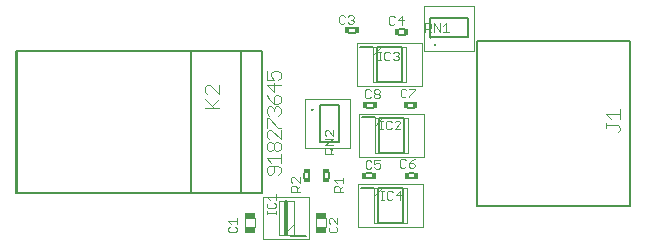
<source format=gbr>
G04 EAGLE Gerber RS-274X export*
G75*
%MOMM*%
%FSLAX34Y34*%
%LPD*%
%INSilkscreen Top*%
%IPPOS*%
%AMOC8*
5,1,8,0,0,1.08239X$1,22.5*%
G01*
%ADD10C,0.127000*%
%ADD11C,0.101600*%
%ADD12R,0.950000X0.500100*%
%ADD13C,0.076200*%
%ADD14C,0.050000*%
%ADD15C,0.100000*%
%ADD16C,0.200000*%
%ADD17C,0.100000*%
%ADD18C,0.152400*%
%ADD19R,0.300000X0.599900*%
%ADD20R,0.599900X0.300000*%


D10*
X-147700Y165156D02*
X-147700Y45156D01*
X59800Y45156D01*
X59800Y165156D01*
X-147700Y165156D01*
X-147700Y45156D01*
X-600Y45156D01*
X41800Y45156D01*
X41800Y165156D01*
X-147700Y165156D01*
X-600Y165156D02*
X-600Y45156D01*
X-600Y165156D02*
X-148600Y165156D01*
X-148600Y45156D01*
X-600Y45156D01*
D11*
X63598Y74562D02*
X67496Y70664D01*
X63598Y74562D02*
X75292Y74562D01*
X75292Y70664D02*
X75292Y78460D01*
X75292Y62613D02*
X73343Y60664D01*
X75292Y62613D02*
X75292Y66511D01*
X73343Y68460D01*
X65547Y68460D01*
X63598Y66511D01*
X63598Y62613D01*
X65547Y60664D01*
X67496Y60664D01*
X69445Y62613D01*
X69445Y68460D01*
X75292Y136511D02*
X63598Y136511D01*
X69445Y130664D01*
X69445Y138460D01*
X63598Y140664D02*
X63598Y148460D01*
X63598Y140664D02*
X69445Y140664D01*
X67496Y144562D01*
X67496Y146511D01*
X69445Y148460D01*
X73343Y148460D01*
X75292Y146511D01*
X75292Y142613D01*
X73343Y140664D01*
X75292Y98460D02*
X75292Y90664D01*
X67496Y98460D01*
X65547Y98460D01*
X63598Y96511D01*
X63598Y92613D01*
X65547Y90664D01*
X65547Y110664D02*
X63598Y112613D01*
X63598Y116511D01*
X65547Y118460D01*
X67496Y118460D01*
X69445Y116511D01*
X69445Y114562D01*
X69445Y116511D02*
X71394Y118460D01*
X73343Y118460D01*
X75292Y116511D01*
X75292Y112613D01*
X73343Y110664D01*
X65547Y124562D02*
X63598Y128460D01*
X65547Y124562D02*
X69445Y120664D01*
X73343Y120664D01*
X75292Y122613D01*
X75292Y126511D01*
X73343Y128460D01*
X71394Y128460D01*
X69445Y126511D01*
X69445Y120664D01*
X63598Y108460D02*
X63598Y100664D01*
X63598Y108460D02*
X65547Y108460D01*
X73343Y100664D01*
X75292Y100664D01*
X63598Y82613D02*
X65547Y80664D01*
X63598Y82613D02*
X63598Y86511D01*
X65547Y88460D01*
X67496Y88460D01*
X69445Y86511D01*
X71394Y88460D01*
X73343Y88460D01*
X75292Y86511D01*
X75292Y82613D01*
X73343Y80664D01*
X71394Y80664D01*
X69445Y82613D01*
X67496Y80664D01*
X65547Y80664D01*
X69445Y82613D02*
X69445Y86511D01*
X23072Y117244D02*
X11378Y117244D01*
X19174Y117244D02*
X11378Y125040D01*
X17225Y119193D02*
X23072Y125040D01*
X23072Y128938D02*
X23072Y136734D01*
X23072Y128938D02*
X15276Y136734D01*
X13327Y136734D01*
X11378Y134785D01*
X11378Y130887D01*
X13327Y128938D01*
D10*
X371512Y173840D02*
X371512Y33840D01*
X241512Y33840D01*
X241512Y173840D01*
X371512Y173840D01*
X371512Y33840D01*
X241512Y33840D02*
X241512Y173840D01*
X332512Y173840D02*
X371512Y173840D01*
X371512Y33840D02*
X332512Y33840D01*
X300512Y173840D02*
X241512Y173840D01*
X241512Y33840D02*
X300512Y33840D01*
D11*
X360634Y96508D02*
X362587Y98461D01*
X362587Y100413D01*
X360634Y102366D01*
X350871Y102366D01*
X350871Y100413D02*
X350871Y104319D01*
X354776Y108222D02*
X350871Y112128D01*
X362587Y112128D01*
X362587Y116033D02*
X362587Y108222D01*
X53850Y23626D02*
X53850Y16506D01*
X45340Y16506D02*
X45340Y23626D01*
D12*
X49581Y25948D03*
X49581Y14264D03*
D13*
X32083Y16744D02*
X30855Y15515D01*
X30855Y13057D01*
X32083Y11829D01*
X36998Y11829D01*
X38227Y13057D01*
X38227Y15515D01*
X36998Y16744D01*
X33312Y19313D02*
X30855Y21770D01*
X38227Y21770D01*
X38227Y19313D02*
X38227Y24228D01*
D11*
X113540Y23626D02*
X113540Y16506D01*
X105030Y16506D02*
X105030Y23626D01*
D12*
X109271Y25948D03*
X109271Y14264D03*
D13*
X115945Y15515D02*
X117173Y16744D01*
X115945Y15515D02*
X115945Y13057D01*
X117173Y11829D01*
X122088Y11829D01*
X123317Y13057D01*
X123317Y15515D01*
X122088Y16744D01*
X123317Y19313D02*
X123317Y24228D01*
X123317Y19313D02*
X118402Y24228D01*
X117173Y24228D01*
X115945Y22999D01*
X115945Y20542D01*
X117173Y19313D01*
D14*
X99260Y6380D02*
X60760Y6380D01*
X60760Y41880D01*
X99260Y41880D01*
X99260Y6380D01*
D15*
X86410Y9830D02*
X73610Y9830D01*
X73610Y38430D01*
X86410Y38430D01*
X86410Y9830D01*
X86410Y19330D02*
X76910Y9830D01*
D16*
X79260Y9830D02*
X80760Y9830D01*
X79260Y9830D02*
X79260Y38430D01*
X80760Y38430D01*
X80760Y9830D01*
X84260Y8880D02*
X96760Y8880D01*
D13*
X70993Y27232D02*
X70993Y29690D01*
X70993Y28461D02*
X63621Y28461D01*
X63621Y27232D02*
X63621Y29690D01*
X63621Y35908D02*
X64849Y37136D01*
X63621Y35908D02*
X63621Y33450D01*
X64849Y32222D01*
X69764Y32222D01*
X70993Y33450D01*
X70993Y35908D01*
X69764Y37136D01*
X66078Y39706D02*
X63621Y42163D01*
X70993Y42163D01*
X70993Y39706D02*
X70993Y44621D01*
D14*
X141156Y52540D02*
X196156Y52540D01*
X196156Y16040D01*
X141156Y16040D01*
X141156Y52540D01*
D15*
X154656Y49040D02*
X182656Y49040D01*
X182656Y19540D01*
X154656Y19540D01*
X154656Y49040D01*
X154656Y42540D02*
X161156Y49040D01*
D16*
X158156Y49040D02*
X179156Y49040D01*
X179156Y19540D01*
X158156Y19540D01*
X158156Y49040D01*
X154656Y49790D02*
X143656Y49790D01*
D13*
X160328Y39497D02*
X162786Y39497D01*
X161557Y39497D02*
X161557Y46869D01*
X160328Y46869D02*
X162786Y46869D01*
X169004Y46869D02*
X170232Y45641D01*
X169004Y46869D02*
X166546Y46869D01*
X165318Y45641D01*
X165318Y40726D01*
X166546Y39497D01*
X169004Y39497D01*
X170232Y40726D01*
X176488Y39497D02*
X176488Y46869D01*
X172802Y43183D01*
X177717Y43183D01*
D16*
X124332Y88140D02*
X124332Y120140D01*
X124332Y88140D02*
X108332Y88140D01*
X108332Y120140D01*
X124332Y120140D01*
D15*
X134332Y125140D02*
X134332Y83140D01*
X96332Y83140D01*
X96332Y125140D01*
X134332Y125140D01*
X124332Y120140D02*
X107832Y120140D01*
X108332Y88140D02*
X124832Y88140D01*
D17*
X101832Y116640D03*
D15*
X101876Y116638D01*
X101919Y116632D01*
X101961Y116623D01*
X102003Y116610D01*
X102043Y116593D01*
X102082Y116573D01*
X102119Y116550D01*
X102153Y116523D01*
X102186Y116494D01*
X102215Y116461D01*
X102242Y116427D01*
X102265Y116390D01*
X102285Y116351D01*
X102302Y116311D01*
X102315Y116269D01*
X102324Y116227D01*
X102330Y116184D01*
X102332Y116140D01*
X102330Y116096D01*
X102324Y116053D01*
X102315Y116011D01*
X102302Y115969D01*
X102285Y115929D01*
X102265Y115890D01*
X102242Y115853D01*
X102215Y115819D01*
X102186Y115786D01*
X102153Y115757D01*
X102119Y115730D01*
X102082Y115707D01*
X102043Y115687D01*
X102003Y115670D01*
X101961Y115657D01*
X101919Y115648D01*
X101876Y115642D01*
X101832Y115640D01*
D17*
X101832Y115640D03*
D15*
X101788Y115642D01*
X101745Y115648D01*
X101703Y115657D01*
X101661Y115670D01*
X101621Y115687D01*
X101582Y115707D01*
X101545Y115730D01*
X101511Y115757D01*
X101478Y115786D01*
X101449Y115819D01*
X101422Y115853D01*
X101399Y115890D01*
X101379Y115929D01*
X101362Y115969D01*
X101349Y116011D01*
X101340Y116053D01*
X101334Y116096D01*
X101332Y116140D01*
X101334Y116184D01*
X101340Y116227D01*
X101349Y116269D01*
X101362Y116311D01*
X101379Y116351D01*
X101399Y116390D01*
X101422Y116427D01*
X101449Y116461D01*
X101478Y116494D01*
X101511Y116523D01*
X101545Y116550D01*
X101582Y116573D01*
X101621Y116593D01*
X101661Y116610D01*
X101703Y116623D01*
X101745Y116632D01*
X101788Y116638D01*
X101832Y116640D01*
D13*
X112659Y78563D02*
X120031Y78563D01*
X112659Y78563D02*
X112659Y82249D01*
X113887Y83478D01*
X116345Y83478D01*
X117574Y82249D01*
X117574Y78563D01*
X117574Y81020D02*
X120031Y83478D01*
X120031Y86047D02*
X112659Y86047D01*
X120031Y90962D01*
X112659Y90962D01*
X120031Y93531D02*
X120031Y98446D01*
X120031Y93531D02*
X115116Y98446D01*
X113887Y98446D01*
X112659Y97217D01*
X112659Y94760D01*
X113887Y93531D01*
D16*
X201678Y193166D02*
X233678Y193166D01*
X233678Y177166D01*
X201678Y177166D01*
X201678Y193166D01*
D15*
X196678Y203166D02*
X238678Y203166D01*
X238678Y165166D01*
X196678Y165166D01*
X196678Y203166D01*
X201678Y193166D02*
X201678Y176666D01*
X233678Y177166D02*
X233678Y193666D01*
D17*
X205178Y170666D03*
D15*
X205180Y170710D01*
X205186Y170753D01*
X205195Y170795D01*
X205208Y170837D01*
X205225Y170877D01*
X205245Y170916D01*
X205268Y170953D01*
X205295Y170987D01*
X205324Y171020D01*
X205357Y171049D01*
X205391Y171076D01*
X205428Y171099D01*
X205467Y171119D01*
X205507Y171136D01*
X205549Y171149D01*
X205591Y171158D01*
X205634Y171164D01*
X205678Y171166D01*
X205722Y171164D01*
X205765Y171158D01*
X205807Y171149D01*
X205849Y171136D01*
X205889Y171119D01*
X205928Y171099D01*
X205965Y171076D01*
X205999Y171049D01*
X206032Y171020D01*
X206061Y170987D01*
X206088Y170953D01*
X206111Y170916D01*
X206131Y170877D01*
X206148Y170837D01*
X206161Y170795D01*
X206170Y170753D01*
X206176Y170710D01*
X206178Y170666D01*
D17*
X206178Y170666D03*
D15*
X206176Y170622D01*
X206170Y170579D01*
X206161Y170537D01*
X206148Y170495D01*
X206131Y170455D01*
X206111Y170416D01*
X206088Y170379D01*
X206061Y170345D01*
X206032Y170312D01*
X205999Y170283D01*
X205965Y170256D01*
X205928Y170233D01*
X205889Y170213D01*
X205849Y170196D01*
X205807Y170183D01*
X205765Y170174D01*
X205722Y170168D01*
X205678Y170166D01*
X205634Y170168D01*
X205591Y170174D01*
X205549Y170183D01*
X205507Y170196D01*
X205467Y170213D01*
X205428Y170233D01*
X205391Y170256D01*
X205357Y170283D01*
X205324Y170312D01*
X205295Y170345D01*
X205268Y170379D01*
X205245Y170416D01*
X205225Y170455D01*
X205208Y170495D01*
X205195Y170537D01*
X205186Y170579D01*
X205180Y170622D01*
X205178Y170666D01*
D13*
X197943Y181753D02*
X197943Y189125D01*
X201629Y189125D01*
X202858Y187897D01*
X202858Y185439D01*
X201629Y184210D01*
X197943Y184210D01*
X200400Y184210D02*
X202858Y181753D01*
X205427Y181753D02*
X205427Y189125D01*
X210342Y181753D01*
X210342Y189125D01*
X212911Y186668D02*
X215369Y189125D01*
X215369Y181753D01*
X217826Y181753D02*
X212911Y181753D01*
D18*
X152818Y57704D02*
X147918Y57704D01*
X147918Y62184D02*
X152818Y62184D01*
D19*
X154408Y59993D03*
X146280Y59993D03*
D13*
X152126Y71803D02*
X150897Y73031D01*
X148439Y73031D01*
X147211Y71803D01*
X147211Y66888D01*
X148439Y65659D01*
X150897Y65659D01*
X152126Y66888D01*
X154695Y73031D02*
X159610Y73031D01*
X154695Y73031D02*
X154695Y69345D01*
X157152Y70574D01*
X158381Y70574D01*
X159610Y69345D01*
X159610Y66888D01*
X158381Y65659D01*
X155924Y65659D01*
X154695Y66888D01*
D18*
X183732Y62184D02*
X188632Y62184D01*
X188632Y57704D02*
X183732Y57704D01*
D19*
X182142Y59896D03*
X190270Y59896D03*
D13*
X181318Y72819D02*
X180089Y74047D01*
X177632Y74047D01*
X176403Y72819D01*
X176403Y67904D01*
X177632Y66675D01*
X180089Y66675D01*
X181318Y67904D01*
X186345Y72819D02*
X188802Y74047D01*
X186345Y72819D02*
X183887Y70361D01*
X183887Y67904D01*
X185116Y66675D01*
X187573Y66675D01*
X188802Y67904D01*
X188802Y69132D01*
X187573Y70361D01*
X183887Y70361D01*
D18*
X116286Y62648D02*
X116286Y57748D01*
X111806Y57748D02*
X111806Y62648D01*
D20*
X113998Y64238D03*
X113998Y56110D03*
D13*
X120517Y45865D02*
X127889Y45865D01*
X120517Y45865D02*
X120517Y49551D01*
X121745Y50780D01*
X124203Y50780D01*
X125432Y49551D01*
X125432Y45865D01*
X125432Y48322D02*
X127889Y50780D01*
X122974Y53349D02*
X120517Y55806D01*
X127889Y55806D01*
X127889Y53349D02*
X127889Y58264D01*
D18*
X99522Y57494D02*
X99522Y62394D01*
X95042Y62394D02*
X95042Y57494D01*
D20*
X97234Y63984D03*
X97234Y55856D03*
D13*
X91313Y46373D02*
X83941Y46373D01*
X83941Y50059D01*
X85169Y51288D01*
X87627Y51288D01*
X88856Y50059D01*
X88856Y46373D01*
X88856Y48830D02*
X91313Y51288D01*
X91313Y53857D02*
X91313Y58772D01*
X91313Y53857D02*
X86398Y58772D01*
X85169Y58772D01*
X83941Y57543D01*
X83941Y55086D01*
X85169Y53857D01*
D18*
X133440Y185120D02*
X138340Y185120D01*
X138340Y180640D02*
X133440Y180640D01*
D19*
X131850Y182832D03*
X139978Y182832D03*
D13*
X129756Y194485D02*
X128527Y195713D01*
X126070Y195713D01*
X124841Y194485D01*
X124841Y189570D01*
X126070Y188341D01*
X128527Y188341D01*
X129756Y189570D01*
X132325Y194485D02*
X133554Y195713D01*
X136011Y195713D01*
X137240Y194485D01*
X137240Y193256D01*
X136011Y192027D01*
X134783Y192027D01*
X136011Y192027D02*
X137240Y190798D01*
X137240Y189570D01*
X136011Y188341D01*
X133554Y188341D01*
X132325Y189570D01*
D18*
X175350Y179370D02*
X180250Y179370D01*
X180250Y183850D02*
X175350Y183850D01*
D19*
X181840Y181659D03*
X173712Y181659D03*
D13*
X171938Y193977D02*
X170709Y195205D01*
X168251Y195205D01*
X167023Y193977D01*
X167023Y189062D01*
X168251Y187833D01*
X170709Y187833D01*
X171938Y189062D01*
X178193Y187833D02*
X178193Y195205D01*
X174507Y191519D01*
X179422Y191519D01*
D14*
X196410Y112230D02*
X141410Y112230D01*
X196410Y112230D02*
X196410Y75730D01*
X141410Y75730D01*
X141410Y112230D01*
D15*
X154910Y108730D02*
X182910Y108730D01*
X182910Y79230D01*
X154910Y79230D01*
X154910Y108730D01*
X154910Y102230D02*
X161410Y108730D01*
D16*
X158410Y108730D02*
X179410Y108730D01*
X179410Y79230D01*
X158410Y79230D01*
X158410Y108730D01*
X154910Y109480D02*
X143910Y109480D01*
D13*
X159312Y99187D02*
X161770Y99187D01*
X160541Y99187D02*
X160541Y106559D01*
X159312Y106559D02*
X161770Y106559D01*
X167988Y106559D02*
X169216Y105331D01*
X167988Y106559D02*
X165530Y106559D01*
X164302Y105331D01*
X164302Y100416D01*
X165530Y99187D01*
X167988Y99187D01*
X169216Y100416D01*
X171786Y99187D02*
X176701Y99187D01*
X171786Y99187D02*
X176701Y104102D01*
X176701Y105331D01*
X175472Y106559D01*
X173014Y106559D01*
X171786Y105331D01*
D18*
X182970Y121620D02*
X187870Y121620D01*
X187870Y117140D02*
X182970Y117140D01*
D19*
X181380Y119332D03*
X189508Y119332D03*
D13*
X181826Y132255D02*
X180597Y133483D01*
X178140Y133483D01*
X176911Y132255D01*
X176911Y127340D01*
X178140Y126111D01*
X180597Y126111D01*
X181826Y127340D01*
X184395Y133483D02*
X189310Y133483D01*
X189310Y132255D01*
X184395Y127340D01*
X184395Y126111D01*
D18*
X153580Y117140D02*
X148680Y117140D01*
X148680Y121620D02*
X153580Y121620D01*
D19*
X155170Y119429D03*
X147042Y119429D03*
D13*
X151618Y131747D02*
X150389Y132975D01*
X147931Y132975D01*
X146703Y131747D01*
X146703Y126832D01*
X147931Y125603D01*
X150389Y125603D01*
X151618Y126832D01*
X154187Y131747D02*
X155416Y132975D01*
X157873Y132975D01*
X159102Y131747D01*
X159102Y130518D01*
X157873Y129289D01*
X159102Y128060D01*
X159102Y126832D01*
X157873Y125603D01*
X155416Y125603D01*
X154187Y126832D01*
X154187Y128060D01*
X155416Y129289D01*
X154187Y130518D01*
X154187Y131747D01*
X155416Y129289D02*
X157873Y129289D01*
D14*
X140140Y171920D02*
X195140Y171920D01*
X195140Y135420D01*
X140140Y135420D01*
X140140Y171920D01*
D15*
X153640Y168420D02*
X181640Y168420D01*
X181640Y138920D01*
X153640Y138920D01*
X153640Y168420D01*
X153640Y161920D02*
X160140Y168420D01*
D16*
X157140Y168420D02*
X178140Y168420D01*
X178140Y138920D01*
X157140Y138920D01*
X157140Y168420D01*
X153640Y169170D02*
X142640Y169170D01*
D13*
X158042Y157607D02*
X160500Y157607D01*
X159271Y157607D02*
X159271Y164979D01*
X158042Y164979D02*
X160500Y164979D01*
X166718Y164979D02*
X167946Y163751D01*
X166718Y164979D02*
X164260Y164979D01*
X163032Y163751D01*
X163032Y158836D01*
X164260Y157607D01*
X166718Y157607D01*
X167946Y158836D01*
X170516Y163751D02*
X171744Y164979D01*
X174202Y164979D01*
X175431Y163751D01*
X175431Y162522D01*
X174202Y161293D01*
X172973Y161293D01*
X174202Y161293D02*
X175431Y160064D01*
X175431Y158836D01*
X174202Y157607D01*
X171744Y157607D01*
X170516Y158836D01*
M02*

</source>
